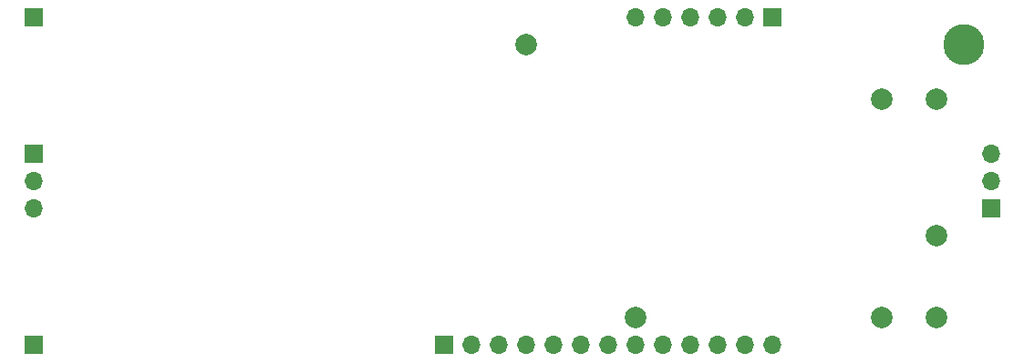
<source format=gbr>
%TF.SameCoordinates,Original*%
%TF.FileFunction,Soldermask,Bot*%
%TF.FilePolarity,Negative*%
%FSLAX46Y46*%
G04 Gerber Fmt 4.6, Leading zero omitted, Abs format (unit mm)*
G04 Created by KiCad (PCBNEW (7.0.0)) date 2023-11-17 04:09:28*
%MOMM*%
%LPD*%
G01*
G04 APERTURE LIST*
%ADD10R,1.700000X1.700000*%
%ADD11O,1.700000X1.700000*%
%ADD12C,2.000000*%
%ADD13C,2.600000*%
%ADD14C,3.800000*%
G04 APERTURE END LIST*
D10*
%TO.C,J5*%
X83819999Y-60959999D03*
%TD*%
%TO.C,J6*%
X83819999Y-91439999D03*
%TD*%
%TO.C,J1*%
X121919999Y-91439999D03*
D11*
X124459999Y-91439999D03*
X126999999Y-91439999D03*
X129539999Y-91439999D03*
X132079999Y-91439999D03*
X134619999Y-91439999D03*
X137159999Y-91439999D03*
X139699999Y-91439999D03*
X142239999Y-91439999D03*
X144779999Y-91439999D03*
X147319999Y-91439999D03*
X149859999Y-91439999D03*
X152399999Y-91439999D03*
%TD*%
D12*
%TO.C,TP6*%
X162560000Y-68580000D03*
%TD*%
D10*
%TO.C,J3*%
X152399999Y-60959999D03*
D11*
X149859999Y-60959999D03*
X147319999Y-60959999D03*
X144779999Y-60959999D03*
X142239999Y-60959999D03*
X139699999Y-60959999D03*
%TD*%
D12*
%TO.C,TP5*%
X139700000Y-88900000D03*
%TD*%
D13*
%TO.C,H1*%
X170180000Y-63500000D03*
D14*
X170180000Y-63500000D03*
%TD*%
D12*
%TO.C,TP3*%
X167640000Y-88900000D03*
%TD*%
D10*
%TO.C,J2*%
X172719999Y-78739999D03*
D11*
X172719999Y-76199999D03*
X172719999Y-73659999D03*
%TD*%
D12*
%TO.C,TP1*%
X129540000Y-63500000D03*
%TD*%
%TO.C,TP4*%
X162560000Y-88900000D03*
%TD*%
%TO.C,TP2*%
X167640000Y-81280000D03*
%TD*%
%TO.C,TP7*%
X167640000Y-68580000D03*
%TD*%
D10*
%TO.C,J4*%
X83819999Y-73659999D03*
D11*
X83819999Y-76199999D03*
X83819999Y-78739999D03*
%TD*%
M02*

</source>
